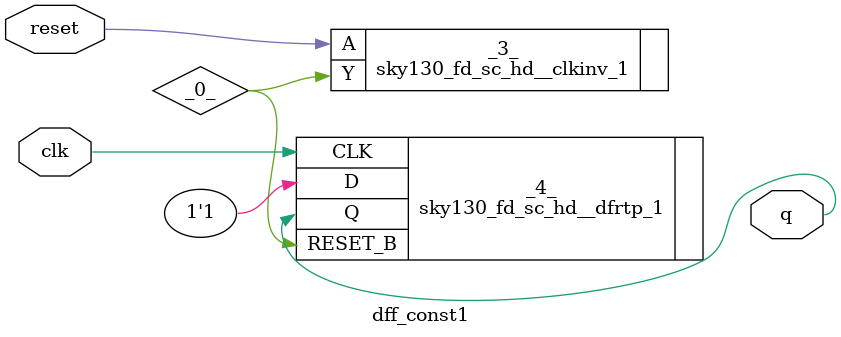
<source format=v>
/* Generated by Yosys 0.44+60 (git sha1 0fc5812dc, g++ 13.2.0-23ubuntu4 -fPIC -O3) */

module dff_const1(clk, reset, q);
  wire _0_;
  wire _1_;
  wire _2_;
  input clk;
  wire clk;
  output q;
  wire q;
  input reset;
  wire reset;
  sky130_fd_sc_hd__clkinv_1 _3_ (
    .A(_1_),
    .Y(_0_)
  );
  sky130_fd_sc_hd__dfrtp_1 _4_ (
    .CLK(clk),
    .D(1'h1),
    .Q(q),
    .RESET_B(_2_)
  );
  assign _1_ = reset;
  assign _2_ = _0_;
endmodule

</source>
